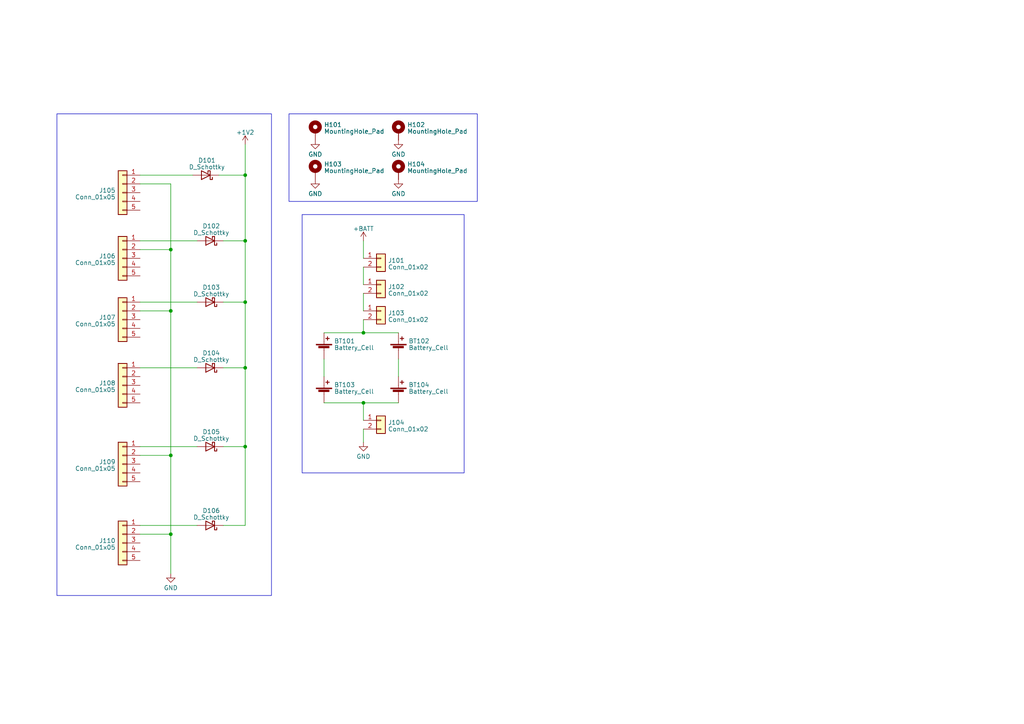
<source format=kicad_sch>
(kicad_sch (version 20230121) (generator eeschema)
  (paper "A4")
  (title_block (title "Electrical Power System") (rev "1.0") (company "RADSAT-SK-2") (comment 1 "By: Atharva K."))
  (lib_symbols
    (symbol "Connector_Generic:Conn_01x02" (pin_names (offset 1.016) hide)
      (property "Reference" "J" (at 0 2.54 0))
      (property "Value" "Conn_01x02" (at 0 -5.08 0))
      (symbol "Conn_01x02_1_1"
        (rectangle (start -1.27 -2.413) (end 0 -2.667) (stroke (width 0.1524)))
        (rectangle (start -1.27 0.127) (end 0 -0.127) (stroke (width 0.1524)))
        (rectangle (start -1.27 1.27) (end 1.27 -3.81) (stroke (width 0.254)) (fill (type background)))
        (pin passive line (at -5.08 0 0) (length 3.81) (name "Pin_1") (number "1"))
        (pin passive line (at -5.08 -2.54 0) (length 3.81) (name "Pin_2") (number "2"))
      )
    )
    (symbol "Connector_Generic:Conn_01x05" (pin_names (offset 1.016) hide)
      (property "Reference" "J" (at 0 7.62 0))
      (property "Value" "Conn_01x05" (at 0 -7.62 0))
      (symbol "Conn_01x05_1_1"
        (rectangle (start -1.27 -4.953) (end 0 -5.207) (stroke (width 0.1524)))
        (rectangle (start -1.27 -2.413) (end 0 -2.667) (stroke (width 0.1524)))
        (rectangle (start -1.27 0.127) (end 0 -0.127) (stroke (width 0.1524)))
        (rectangle (start -1.27 2.667) (end 0 2.413) (stroke (width 0.1524)))
        (rectangle (start -1.27 5.207) (end 0 4.953) (stroke (width 0.1524)))
        (rectangle (start -1.27 6.35) (end 1.27 -6.35) (stroke (width 0.254)) (fill (type background)))
        (pin passive line (at -5.08 5.08 0) (length 3.81) (name "Pin_1") (number "1"))
        (pin passive line (at -5.08 2.54 0) (length 3.81) (name "Pin_2") (number "2"))
        (pin passive line (at -5.08 0 0) (length 3.81) (name "Pin_3") (number "3"))
        (pin passive line (at -5.08 -2.54 0) (length 3.81) (name "Pin_4") (number "4"))
        (pin passive line (at -5.08 -5.08 0) (length 3.81) (name "Pin_5") (number "5"))
      )
    )
    (symbol "Device:Battery_Cell" (pin_numbers hide) (pin_names (offset 0) hide)
      (property "Reference" "BT" (at 2.54 2.54 0))
      (property "Value" "Battery_Cell" (at 2.54 0 0))
      (symbol "Battery_Cell_0_1"
        (rectangle (start -2.286 1.778) (end 2.286 1.524) (fill (type outline)))
        (rectangle (start -1.5748 1.1938) (end 1.4732 0.6858) (fill (type outline)))
        (polyline (pts (xy 0 0.762) (xy 0 0)))
        (polyline (pts (xy 0 1.778) (xy 0 2.54)))
        (polyline (pts (xy 0.508 3.429) (xy 1.524 3.429)) (stroke (width 0.254)))
        (polyline (pts (xy 1.016 3.937) (xy 1.016 2.921)) (stroke (width 0.254)))
      )
      (symbol "Battery_Cell_1_1"
        (pin passive line (at 0 5.08 270) (length 2.54) (name "+") (number "1"))
        (pin passive line (at 0 -2.54 90) (length 2.54) (name "-") (number "2"))
      )
    )
    (symbol "Device:D_Schottky" (pin_numbers hide) (pin_names (offset 1.016) hide)
      (property "Reference" "D" (at 0 2.54 0))
      (property "Value" "D_Schottky" (at 0 -2.54 0))
      (symbol "D_Schottky_0_1"
        (polyline (pts (xy 1.27 0) (xy -1.27 0)))
        (polyline (pts (xy 1.27 1.27) (xy 1.27 -1.27) (xy -1.27 0) (xy 1.27 1.27)) (stroke (width 0.254)))
        (polyline (pts (xy -1.905 0.635) (xy -1.905 1.27) (xy -1.27 1.27) (xy -1.27 -1.27) (xy -0.635 -1.27) (xy -0.635 -0.635)) (stroke (width 0.254)))
      )
      (symbol "D_Schottky_1_1"
        (pin passive line (at -3.81 0 0) (length 2.54) (name "K") (number "1"))
        (pin passive line (at 3.81 0 180) (length 2.54) (name "A") (number "2"))
      )
    )
    (symbol "Mechanical:MountingHole_Pad" (pin_numbers hide) (pin_names (offset 1.016) hide)
      (property "Reference" "H" (at 0 6.35 0))
      (property "Value" "MountingHole_Pad" (at 0 4.445 0))
      (symbol "MountingHole_Pad_0_1"
        (circle (center 0 1.27) (radius 1.27) (stroke (width 1.27)))
      )
      (symbol "MountingHole_Pad_1_1"
        (pin input line (at 0 -2.54 90) (length 2.54) (name "1") (number "1"))
      )
    )
    (symbol "power:+1V2" (power) (pin_names (offset 0))
      (property "Value" "+1V2" (at 0 3.556 0))
      (symbol "+1V2_0_1"
        (polyline (pts (xy -0.762 1.27) (xy 0 2.54)))
        (polyline (pts (xy 0 0) (xy 0 2.54)))
        (polyline (pts (xy 0 2.54) (xy 0.762 1.27)))
      )
      (symbol "+1V2_1_1"
        (pin power_in line (at 0 0 90) (length 0) hide (name "+1V2") (number "1"))
      )
    )
    (symbol "power:+BATT" (power) (pin_names (offset 0))
      (property "Value" "+BATT" (at 0 3.556 0))
      (symbol "+BATT_0_1"
        (polyline (pts (xy -0.762 1.27) (xy 0 2.54)))
        (polyline (pts (xy 0 0) (xy 0 2.54)))
        (polyline (pts (xy 0 2.54) (xy 0.762 1.27)))
      )
      (symbol "+BATT_1_1"
        (pin power_in line (at 0 0 90) (length 0) hide (name "+BATT") (number "1"))
      )
    )
    (symbol "power:GND" (power) (pin_names (offset 0))
      (property "Value" "GND" (at 0 -3.81 0))
      (symbol "GND_0_1"
        (polyline (pts (xy 0 0) (xy 0 -1.27) (xy 1.27 -1.27) (xy 0 -2.54) (xy -1.27 -1.27) (xy 0 -1.27)))
      )
      (symbol "GND_1_1"
        (pin power_in line (at 0 0 270) (length 0) hide (name "GND") (number "1"))
      )
    )
  )
  (junction (at 71.12 129.54))
  (junction (at 71.12 50.8))
  (junction (at 71.12 87.63))
  (junction (at 49.53 132.08))
  (junction (at 49.53 90.17))
  (junction (at 71.12 106.68))
  (junction (at 105.41 96.52))
  (junction (at 105.41 116.84))
  (junction (at 71.12 69.85))
  (junction (at 49.53 154.94))
  (junction (at 49.53 72.39))
  (wire (pts (xy 49.53 154.94) (xy 49.53 166.37)))
  (wire (pts (xy 49.53 53.34) (xy 49.53 72.39)))
  (wire (pts (xy 105.41 116.84) (xy 115.57 116.84)))
  (wire (pts (xy 105.41 77.47) (xy 105.41 82.55)))
  (wire (pts (xy 40.64 69.85) (xy 57.15 69.85)))
  (wire (pts (xy 64.77 129.54) (xy 71.12 129.54)))
  (wire (pts (xy 63.5 50.8) (xy 71.12 50.8)))
  (wire (pts (xy 71.12 129.54) (xy 71.12 152.4)))
  (wire (pts (xy 40.64 106.68) (xy 57.15 106.68)))
  (wire (pts (xy 105.41 69.85) (xy 105.41 74.93)))
  (wire (pts (xy 49.53 72.39) (xy 49.53 90.17)))
  (wire (pts (xy 40.64 53.34) (xy 49.53 53.34)))
  (wire (pts (xy 40.64 90.17) (xy 49.53 90.17)))
  (wire (pts (xy 49.53 132.08) (xy 49.53 154.94)))
  (wire (pts (xy 105.41 92.71) (xy 105.41 96.52)))
  (wire (pts (xy 93.98 104.14) (xy 93.98 109.22)))
  (wire (pts (xy 105.41 85.09) (xy 105.41 90.17)))
  (wire (pts (xy 64.77 106.68) (xy 71.12 106.68)))
  (wire (pts (xy 40.64 132.08) (xy 49.53 132.08)))
  (wire (pts (xy 40.64 87.63) (xy 57.15 87.63)))
  (wire (pts (xy 40.64 129.54) (xy 57.15 129.54)))
  (wire (pts (xy 105.41 116.84) (xy 105.41 121.92)))
  (wire (pts (xy 93.98 116.84) (xy 105.41 116.84)))
  (wire (pts (xy 71.12 69.85) (xy 71.12 87.63)))
  (wire (pts (xy 40.64 50.8) (xy 55.88 50.8)))
  (wire (pts (xy 93.98 96.52) (xy 105.41 96.52)))
  (wire (pts (xy 49.53 90.17) (xy 49.53 132.08)))
  (wire (pts (xy 40.64 72.39) (xy 49.53 72.39)))
  (wire (pts (xy 71.12 87.63) (xy 71.12 106.68)))
  (wire (pts (xy 105.41 124.46) (xy 105.41 128.27)))
  (wire (pts (xy 71.12 50.8) (xy 71.12 69.85)))
  (wire (pts (xy 71.12 106.68) (xy 71.12 129.54)))
  (wire (pts (xy 71.12 41.91) (xy 71.12 50.8)))
  (wire (pts (xy 40.64 154.94) (xy 49.53 154.94)))
  (wire (pts (xy 64.77 69.85) (xy 71.12 69.85)))
  (wire (pts (xy 40.64 152.4) (xy 57.15 152.4)))
  (wire (pts (xy 115.57 104.14) (xy 115.57 109.22)))
  (wire (pts (xy 64.77 87.63) (xy 71.12 87.63)))
  (wire (pts (xy 105.41 96.52) (xy 115.57 96.52)))
  (wire (pts (xy 71.12 152.4) (xy 64.77 152.4)))
  (rectangle (start 87.63 62.23) (end 134.62 137.16))
  (rectangle (start 83.82 33.02) (end 138.43 58.42))
  (rectangle (start 16.51 33.02) (end 78.74 172.72))
  (symbol (lib_id "Mechanical:MountingHole_Pad") (at 115.57 49.53 0) (unit 1)
    (property "Reference" "H104" (at 118.11 47.6163 0) (effects (justify left)))
    (property "Value" "MountingHole_Pad" (at 118.11 49.5373 0) (effects (justify left)))
  )
  (symbol (lib_id "power:+BATT") (at 105.41 69.85 0) (unit 1)
    (property "Reference" "#PWR0101" (effects hide))
    (property "Value" "+BATT" (at 105.41 66.3481 0))
  )
  (symbol (lib_id "power:+1V2") (at 71.12 41.91 0) (unit 1)
    (property "Reference" "#PWR0104" (effects hide))
    (property "Value" "V_SOLAR" (at 71.12 38.4081 0))
  )
  (symbol (lib_id "Mechanical:MountingHole_Pad") (at 115.57 38.1 0) (unit 1)
    (property "Reference" "H102" (at 118.11 36.1863 0) (effects (justify left)))
    (property "Value" "MountingHole_Pad" (at 118.11 38.1073 0) (effects (justify left)))
  )
  (symbol (lib_id "Connector_Generic:Conn_01x05") (at 35.56 157.48 0) (mirror y) (unit 1)
    (property "Reference" "J110" (at 33.528 156.8363 0) (effects (justify left)))
    (property "Value" "Conn_01x05" (at 33.528 158.7573 0) (effects (justify left)))
  )
  (symbol (lib_id "Device:D_Schottky") (at 59.69 50.8 180) (unit 1)
    (property "Reference" "D101" (at 60.0075 46.5201 0))
    (property "Value" "D_Schottky" (at 60.0075 48.4411 0))
  )
  (symbol (lib_id "Device:Battery_Cell") (at 115.57 101.6 0) (unit 1)
    (property "Reference" "BT102" (at 118.491 98.9243 0) (effects (justify left)))
    (property "Value" "Battery_Cell" (at 118.491 100.8453 0) (effects (justify left)))
  )
  (symbol (lib_id "Connector_Generic:Conn_01x05") (at 35.56 111.76 0) (mirror y) (unit 1)
    (property "Reference" "J108" (at 33.528 111.1163 0) (effects (justify left)))
    (property "Value" "Conn_01x05" (at 33.528 113.0373 0) (effects (justify left)))
  )
  (symbol (lib_id "Mechanical:MountingHole_Pad") (at 91.44 49.53 0) (unit 1)
    (property "Reference" "H103" (at 93.98 47.6163 0) (effects (justify left)))
    (property "Value" "MountingHole_Pad" (at 93.98 49.5373 0) (effects (justify left)))
  )
  (symbol (lib_id "Connector_Generic:Conn_01x05") (at 35.56 74.93 0) (mirror y) (unit 1)
    (property "Reference" "J106" (at 33.528 74.2863 0) (effects (justify left)))
    (property "Value" "Conn_01x05" (at 33.528 76.2073 0) (effects (justify left)))
  )
  (symbol (lib_id "Device:Battery_Cell") (at 115.57 114.3 0) (unit 1)
    (property "Reference" "BT104" (at 118.491 111.6243 0) (effects (justify left)))
    (property "Value" "Battery_Cell" (at 118.491 113.5453 0) (effects (justify left)))
  )
  (symbol (lib_id "Connector_Generic:Conn_01x02") (at 110.49 82.55 0) (unit 1)
    (property "Reference" "J102" (at 112.522 83.1763 0) (effects (justify left)))
    (property "Value" "Conn_01x02" (at 112.522 85.0973 0) (effects (justify left)))
  )
  (symbol (lib_id "Device:D_Schottky") (at 60.96 69.85 180) (unit 1)
    (property "Reference" "D102" (at 61.2775 65.5701 0))
    (property "Value" "D_Schottky" (at 61.2775 67.4911 0))
  )
  (symbol (lib_id "power:GND") (at 105.41 128.27 0) (unit 1)
    (property "Reference" "#PWR0102" (effects hide))
    (property "Value" "GND" (at 105.41 132.4055 0))
  )
  (symbol (lib_id "Device:Battery_Cell") (at 93.98 101.6 0) (unit 1)
    (property "Reference" "BT101" (at 96.901 98.9243 0) (effects (justify left)))
    (property "Value" "Battery_Cell" (at 96.901 100.8453 0) (effects (justify left)))
  )
  (symbol (lib_id "Connector_Generic:Conn_01x02") (at 110.49 121.92 0) (unit 1)
    (property "Reference" "J104" (at 112.522 122.5463 0) (effects (justify left)))
    (property "Value" "Conn_01x02" (at 112.522 124.4673 0) (effects (justify left)))
  )
  (symbol (lib_id "power:GND") (at 91.44 40.64 0) (unit 1)
    (property "Reference" "#PWR0105" (effects hide))
    (property "Value" "GND" (at 91.44 44.7755 0))
  )
  (symbol (lib_id "Connector_Generic:Conn_01x05") (at 35.56 92.71 0) (mirror y) (unit 1)
    (property "Reference" "J107" (at 33.528 92.0663 0) (effects (justify left)))
    (property "Value" "Conn_01x05" (at 33.528 93.9873 0) (effects (justify left)))
  )
  (symbol (lib_id "Connector_Generic:Conn_01x05") (at 35.56 55.88 0) (mirror y) (unit 1)
    (property "Reference" "J105" (at 33.528 55.2363 0) (effects (justify left)))
    (property "Value" "Conn_01x05" (at 33.528 57.1573 0) (effects (justify left)))
  )
  (symbol (lib_id "Connector_Generic:Conn_01x02") (at 110.49 74.93 0) (unit 1)
    (property "Reference" "J101" (at 112.522 75.5563 0) (effects (justify left)))
    (property "Value" "Conn_01x02" (at 112.522 77.4773 0) (effects (justify left)))
  )
  (symbol (lib_id "power:GND") (at 91.44 52.07 0) (unit 1)
    (property "Reference" "#PWR0107" (effects hide))
    (property "Value" "GND" (at 91.44 56.2055 0))
  )
  (symbol (lib_id "Connector_Generic:Conn_01x02") (at 110.49 90.17 0) (unit 1)
    (property "Reference" "J103" (at 112.522 90.7963 0) (effects (justify left)))
    (property "Value" "Conn_01x02" (at 112.522 92.7173 0) (effects (justify left)))
  )
  (symbol (lib_id "Device:D_Schottky") (at 60.96 106.68 180) (unit 1)
    (property "Reference" "D104" (at 61.2775 102.4001 0))
    (property "Value" "D_Schottky" (at 61.2775 104.3211 0))
  )
  (symbol (lib_id "Device:Battery_Cell") (at 93.98 114.3 0) (unit 1)
    (property "Reference" "BT103" (at 96.901 111.6243 0) (effects (justify left)))
    (property "Value" "Battery_Cell" (at 96.901 113.5453 0) (effects (justify left)))
  )
  (symbol (lib_id "Mechanical:MountingHole_Pad") (at 91.44 38.1 0) (unit 1)
    (property "Reference" "H101" (at 93.98 36.1863 0) (effects (justify left)))
    (property "Value" "MountingHole_Pad" (at 93.98 38.1073 0) (effects (justify left)))
  )
  (symbol (lib_id "Connector_Generic:Conn_01x05") (at 35.56 134.62 0) (mirror y) (unit 1)
    (property "Reference" "J109" (at 33.528 133.9763 0) (effects (justify left)))
    (property "Value" "Conn_01x05" (at 33.528 135.8973 0) (effects (justify left)))
  )
  (symbol (lib_id "Device:D_Schottky") (at 60.96 152.4 180) (unit 1)
    (property "Reference" "D106" (at 61.2775 148.1201 0))
    (property "Value" "D_Schottky" (at 61.2775 150.0411 0))
  )
  (symbol (lib_id "power:GND") (at 49.53 166.37 0) (unit 1)
    (property "Reference" "#PWR0103" (effects hide))
    (property "Value" "GND" (at 49.53 170.5055 0))
  )
  (symbol (lib_id "power:GND") (at 115.57 52.07 0) (unit 1)
    (property "Reference" "#PWR0108" (effects hide))
    (property "Value" "GND" (at 115.57 56.2055 0))
  )
  (symbol (lib_id "power:GND") (at 115.57 40.64 0) (unit 1)
    (property "Reference" "#PWR0106" (effects hide))
    (property "Value" "GND" (at 115.57 44.7755 0))
  )
  (symbol (lib_id "Device:D_Schottky") (at 60.96 87.63 180) (unit 1)
    (property "Reference" "D103" (at 61.2775 83.3501 0))
    (property "Value" "D_Schottky" (at 61.2775 85.2711 0))
  )
  (symbol (lib_id "Device:D_Schottky") (at 60.96 129.54 180) (unit 1)
    (property "Reference" "D105" (at 61.2775 125.2601 0))
    (property "Value" "D_Schottky" (at 61.2775 127.1811 0))
  )
)
</source>
